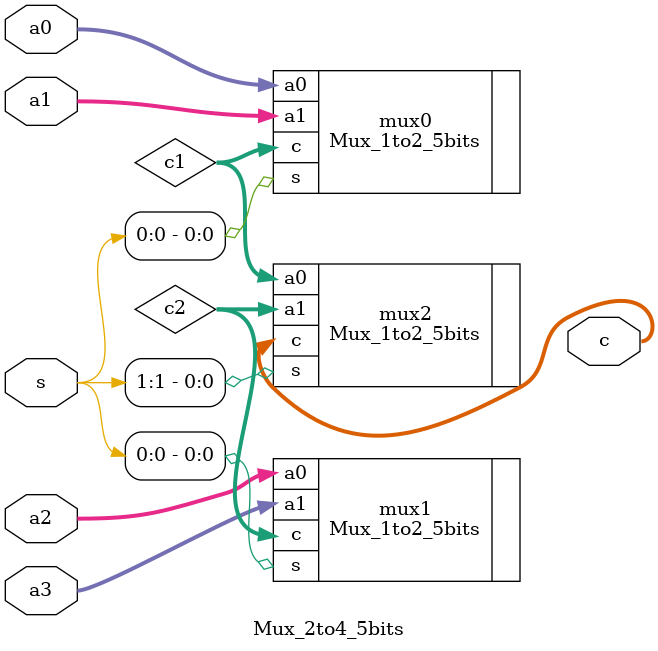
<source format=v>
module Mux_2to4_5bits(a0,a1,a2,a3,c,s);

input [4:0]a0,a1,a2,a3;
input [1:0]s;
output [4:0]c;
wire [4:0]c1,c2;

Mux_1to2_5bits mux0(.a0(a0),.a1(a1),.c(c1),.s(s[0]));
Mux_1to2_5bits mux1(.a0(a2),.a1(a3),.c(c2),.s(s[0]));
Mux_1to2_5bits mux2(.a0(c1),.a1(c2),.c(c),.s(s[1]));


endmodule
</source>
